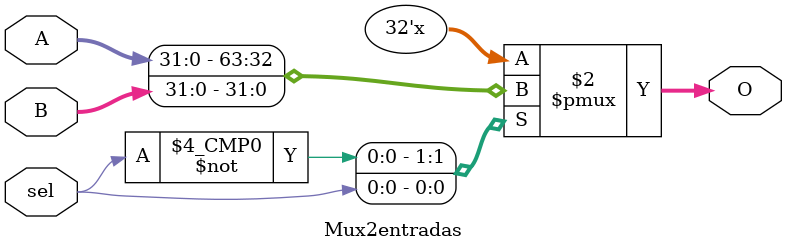
<source format=v>
`timescale 1ns / 1ps

/*
-Objetivo del módulo
Utilizado para seleccionar entre dos condiciones

-Entradas
A: Primera entrada del mux 1'b0
B: Segunda entrada del mux 1'b1
sel: Señal de control para seleccionar entre las entradas

-Salida
O: Contiene el dato de alguna de las entradas, dependiendo de la señal de control

*/

module Mux2entradas(A, B, O, sel
    );
	//Definicion de entradas y salidas 
	input sel;
	input[31:0] A, B;
	output reg[31:0] O;

	//Descripcion del MUX
	always @(A, B, sel)
		begin
			case(sel)
			0: O = A;
			1: O = B;
			endcase
		end
	endmodule

</source>
